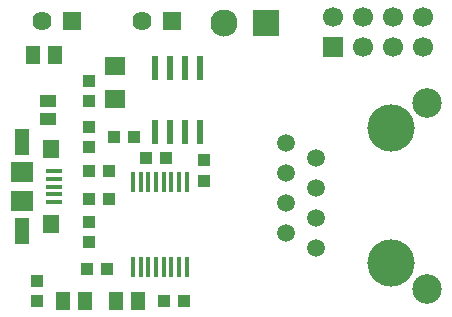
<source format=gts>
G04 DipTrace Beta 2.3.5.2*
%INUSBtoRS485converter.GTS*%
%MOMM*%
%ADD17R,1.0X1.1*%
%ADD18R,1.1X1.0*%
%ADD19R,1.8X1.6*%
%ADD20R,1.3X1.5*%
%ADD21R,1.62X1.62*%
%ADD22C,1.62*%
%ADD23R,2.3X2.3*%
%ADD24C,2.3*%
%ADD25R,1.7X1.7*%
%ADD26C,1.7*%
%ADD27C,1.5*%
%ADD28C,4.0*%
%ADD29C,2.5*%
%ADD30R,1.35X0.4*%
%ADD31R,1.4X1.6*%
%ADD32R,1.3X2.3*%
%ADD33R,1.9X1.7*%
%ADD34R,1.35X1.0*%
%ADD35R,0.6X2.0*%
%ADD36R,0.4X1.8*%
%FSLAX53Y53*%
G04*
G71*
G90*
G75*
G01*
%LNTopMask*%
%LPD*%
D17*
X7081Y9526D3*
Y7826D3*
Y15877D3*
Y17577D3*
Y21434D3*
Y19734D3*
D18*
X8622Y5557D3*
X6922D3*
D19*
X9303Y22703D3*
Y19903D3*
D18*
X10891Y16671D3*
X9191D3*
D20*
X4858Y2858D3*
X6758D3*
X11208D3*
X9308D3*
D21*
X14066Y26514D3*
D22*
X11526D3*
D23*
X22005Y26355D3*
D24*
X18505D3*
D25*
X27720Y24291D3*
D26*
Y26831D3*
X30260Y24291D3*
Y26831D3*
X32800Y24291D3*
Y26831D3*
X35340Y24291D3*
Y26831D3*
D21*
X5652Y26514D3*
D22*
X3112D3*
D27*
X26291Y7303D3*
Y9843D3*
Y12383D3*
Y14923D3*
X23751Y8573D3*
Y11113D3*
Y13653D3*
Y16193D3*
D28*
X32641Y6028D3*
Y17458D3*
D29*
X35691Y3868D3*
Y19618D3*
D30*
X4064Y13813D3*
Y13163D3*
Y12513D3*
Y11863D3*
Y11213D3*
D31*
X3839Y15713D3*
Y9313D3*
D32*
X1389Y16263D3*
Y8763D3*
D33*
Y13713D3*
Y11313D3*
D34*
X3588Y18258D3*
Y19758D3*
D18*
X7081Y13813D3*
X8781D3*
X7081Y11431D3*
X8781D3*
D17*
X16765Y13019D3*
Y14719D3*
D18*
X13590Y14924D3*
X11890D3*
X13431Y2858D3*
X15131D3*
D17*
X2635D3*
Y4558D3*
D20*
X4223Y23656D3*
X2323D3*
D35*
X12637Y17147D3*
X13907D3*
X15177D3*
X16447D3*
Y22547D3*
X15177D3*
X13907D3*
X12637D3*
D36*
X15336Y12860D3*
X14686D3*
X14036D3*
X13386D3*
X12736D3*
X12086D3*
X11436D3*
X10786D3*
Y5660D3*
X11436D3*
X12086D3*
X12736D3*
X13386D3*
X14036D3*
X14686D3*
X15336D3*
M02*

</source>
